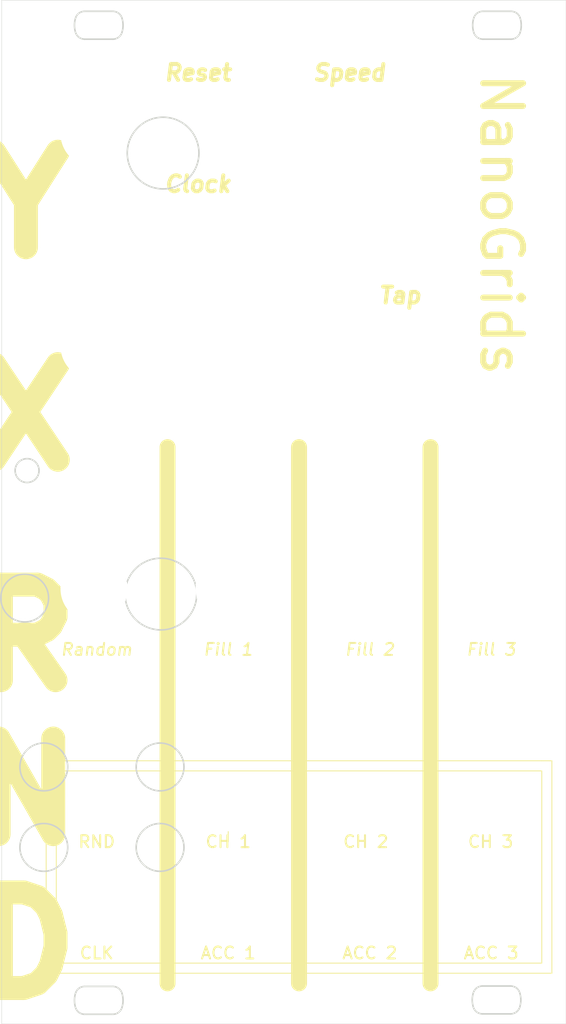
<source format=kicad_pcb>
(kicad_pcb (version 20171130) (host pcbnew "(5.1.6)-1")

  (general
    (thickness 1.6)
    (drawings 77)
    (tracks 0)
    (zones 0)
    (modules 28)
    (nets 1)
  )

  (page A4)
  (layers
    (0 F.Cu signal)
    (31 B.Cu signal)
    (32 B.Adhes user)
    (33 F.Adhes user)
    (34 B.Paste user)
    (35 F.Paste user)
    (36 B.SilkS user)
    (37 F.SilkS user hide)
    (38 B.Mask user)
    (39 F.Mask user)
    (40 Dwgs.User user)
    (41 Cmts.User user)
    (42 Eco1.User user)
    (43 Eco2.User user)
    (44 Edge.Cuts user)
    (45 Margin user)
    (46 B.CrtYd user hide)
    (47 F.CrtYd user)
    (48 B.Fab user)
    (49 F.Fab user hide)
  )

  (setup
    (last_trace_width 0.25)
    (trace_clearance 0.2)
    (zone_clearance 0.508)
    (zone_45_only no)
    (trace_min 0.2)
    (via_size 0.8)
    (via_drill 0.4)
    (via_min_size 0.4)
    (via_min_drill 0.3)
    (uvia_size 0.3)
    (uvia_drill 0.1)
    (uvias_allowed no)
    (uvia_min_size 0.2)
    (uvia_min_drill 0.1)
    (edge_width 0.05)
    (segment_width 0.2)
    (pcb_text_width 0.3)
    (pcb_text_size 1.5 1.5)
    (mod_edge_width 0.12)
    (mod_text_size 1 1)
    (mod_text_width 0.15)
    (pad_size 3.2 3.2)
    (pad_drill 3.2)
    (pad_to_mask_clearance 0.051)
    (solder_mask_min_width 0.25)
    (aux_axis_origin 0 0)
    (visible_elements 7FFFFFFF)
    (pcbplotparams
      (layerselection 0x010fc_ffffffff)
      (usegerberextensions false)
      (usegerberattributes false)
      (usegerberadvancedattributes false)
      (creategerberjobfile false)
      (excludeedgelayer false)
      (linewidth 0.100000)
      (plotframeref false)
      (viasonmask false)
      (mode 1)
      (useauxorigin false)
      (hpglpennumber 1)
      (hpglpenspeed 20)
      (hpglpendiameter 15.000000)
      (psnegative false)
      (psa4output false)
      (plotreference true)
      (plotvalue true)
      (plotinvisibletext false)
      (padsonsilk false)
      (subtractmaskfromsilk false)
      (outputformat 1)
      (mirror false)
      (drillshape 0)
      (scaleselection 1)
      (outputdirectory "Gerbers/"))
  )

  (net 0 "")

  (net_class Default "Dit is de standaard class."
    (clearance 0.2)
    (trace_width 0.25)
    (via_dia 0.8)
    (via_drill 0.4)
    (uvia_dia 0.3)
    (uvia_drill 0.1)
  )

  (module MountingHole:MountingHole_8.4mm_M8 (layer F.Cu) (tedit 56D1B4CB) (tstamp 5DCEB042)
    (at 224.49 40.64)
    (descr "Mounting Hole 8.4mm, no annular, M8")
    (tags "mounting hole 8.4mm no annular m8")
    (path /5DD42E60)
    (attr virtual)
    (fp_text reference H28 (at 0.3762 0.8382) (layer F.SilkS)
      (effects (font (size 1 1) (thickness 0.15)))
    )
    (fp_text value MountingHole (at 0 9.4) (layer F.Fab)
      (effects (font (size 1 1) (thickness 0.15)))
    )
    (fp_circle (center 0 0) (end 8.4 0) (layer Cmts.User) (width 0.15))
    (fp_circle (center 0 0) (end 8.65 0) (layer F.CrtYd) (width 0.05))
    (fp_text user %R (at 0.3 0) (layer F.Fab)
      (effects (font (size 1 1) (thickness 0.15)))
    )
    (pad 1 np_thru_hole circle (at 0 0) (size 8.4 8.4) (drill 8.4) (layers *.Cu *.Mask))
  )

  (module MountingHole:MountingHole_8.4mm_M8 (layer F.Cu) (tedit 56D1B4CB) (tstamp 5DCE9EB1)
    (at 240.13 97.79)
    (descr "Mounting Hole 8.4mm, no annular, M8")
    (tags "mounting hole 8.4mm no annular m8")
    (path /5DD3F54A)
    (attr virtual)
    (fp_text reference H27 (at 0.662 1.5748) (layer F.SilkS)
      (effects (font (size 1 1) (thickness 0.15)))
    )
    (fp_text value MountingHole (at 0 9.4) (layer F.Fab)
      (effects (font (size 1 1) (thickness 0.15)))
    )
    (fp_circle (center 0 0) (end 8.4 0) (layer Cmts.User) (width 0.15))
    (fp_circle (center 0 0) (end 8.65 0) (layer F.CrtYd) (width 0.05))
    (fp_text user %R (at 0.3 0) (layer F.Fab)
      (effects (font (size 1 1) (thickness 0.15)))
    )
    (pad 1 np_thru_hole circle (at 0 0) (size 8.4 8.4) (drill 8.4) (layers *.Cu *.Mask))
  )

  (module MountingHole:MountingHole_8.4mm_M8 (layer F.Cu) (tedit 56D1B4CB) (tstamp 5DCE9EA9)
    (at 224.14 97.79)
    (descr "Mounting Hole 8.4mm, no annular, M8")
    (tags "mounting hole 8.4mm no annular m8")
    (path /5DD3F544)
    (attr virtual)
    (fp_text reference H26 (at 0.3198 0.2794) (layer F.SilkS)
      (effects (font (size 1 1) (thickness 0.15)))
    )
    (fp_text value MountingHole (at 0 9.4) (layer F.Fab)
      (effects (font (size 1 1) (thickness 0.15)))
    )
    (fp_circle (center 0 0) (end 8.4 0) (layer Cmts.User) (width 0.15))
    (fp_circle (center 0 0) (end 8.65 0) (layer F.CrtYd) (width 0.05))
    (fp_text user %R (at 0.3 0) (layer F.Fab)
      (effects (font (size 1 1) (thickness 0.15)))
    )
    (pad 1 np_thru_hole circle (at 0 0) (size 8.4 8.4) (drill 8.4) (layers *.Cu *.Mask))
  )

  (module MountingHole:MountingHole_8.4mm_M8 (layer F.Cu) (tedit 56D1B4CB) (tstamp 5DCE8CEE)
    (at 190.15 67.31)
    (descr "Mounting Hole 8.4mm, no annular, M8")
    (tags "mounting hole 8.4mm no annular m8")
    (path /5DD3AED0)
    (attr virtual)
    (fp_text reference H25 (at 0 -9.4) (layer F.SilkS)
      (effects (font (size 1 1) (thickness 0.15)))
    )
    (fp_text value MountingHole (at 0 9.4) (layer F.Fab)
      (effects (font (size 1 1) (thickness 0.15)))
    )
    (fp_circle (center 0 0) (end 8.4 0) (layer Cmts.User) (width 0.15))
    (fp_circle (center 0 0) (end 8.65 0) (layer F.CrtYd) (width 0.05))
    (fp_text user %R (at 0.3 0) (layer F.Fab)
      (effects (font (size 1 1) (thickness 0.15)))
    )
    (pad 1 np_thru_hole circle (at 0 0) (size 8.4 8.4) (drill 8.4) (layers *.Cu *.Mask))
  )

  (module MountingHole:MountingHole_8.4mm_M8 (layer F.Cu) (tedit 56D1B4CB) (tstamp 5DCE8CE6)
    (at 190.15 97.79)
    (descr "Mounting Hole 8.4mm, no annular, M8")
    (tags "mounting hole 8.4mm no annular m8")
    (path /5DD39C6C)
    (attr virtual)
    (fp_text reference H24 (at 1.1628 0.127) (layer F.SilkS)
      (effects (font (size 1 1) (thickness 0.15)))
    )
    (fp_text value MountingHole (at 0 9.4) (layer F.Fab)
      (effects (font (size 1 1) (thickness 0.15)))
    )
    (fp_circle (center 0 0) (end 8.4 0) (layer Cmts.User) (width 0.15))
    (fp_circle (center 0 0) (end 8.65 0) (layer F.CrtYd) (width 0.05))
    (fp_text user %R (at 0.3 0) (layer F.Fab)
      (effects (font (size 1 1) (thickness 0.15)))
    )
    (pad 1 np_thru_hole circle (at 0 0) (size 8.4 8.4) (drill 8.4) (layers *.Cu *.Mask))
  )

  (module MountingHole:MountingHole_8.4mm_M8 (layer F.Cu) (tedit 56D1B4CB) (tstamp 5DCE8CDE)
    (at 207.11 97.79)
    (descr "Mounting Hole 8.4mm, no annular, M8")
    (tags "mounting hole 8.4mm no annular m8")
    (path /5DD38B39)
    (attr virtual)
    (fp_text reference H23 (at -0.227 -1.016) (layer F.SilkS)
      (effects (font (size 1 1) (thickness 0.15)))
    )
    (fp_text value MountingHole (at 0 9.4) (layer F.Fab)
      (effects (font (size 1 1) (thickness 0.15)))
    )
    (fp_circle (center 0 0) (end 8.4 0) (layer Cmts.User) (width 0.15))
    (fp_circle (center 0 0) (end 8.65 0) (layer F.CrtYd) (width 0.05))
    (fp_text user %R (at 0.3 0) (layer F.Fab)
      (effects (font (size 1 1) (thickness 0.15)))
    )
    (pad 1 np_thru_hole circle (at 0 0) (size 8.4 8.4) (drill 8.4) (layers *.Cu *.Mask))
  )

  (module MountingHole:MountingHole_8.4mm_M8 (layer F.Cu) (tedit 56D1B4CB) (tstamp 5DCE7BF1)
    (at 190.15 40.64)
    (descr "Mounting Hole 8.4mm, no annular, M8")
    (tags "mounting hole 8.4mm no annular m8")
    (path /5DD35E35)
    (attr virtual)
    (fp_text reference H22 (at -0.031 1.2954) (layer F.SilkS)
      (effects (font (size 1 1) (thickness 0.15)))
    )
    (fp_text value MountingHole (at 0 9.4) (layer F.Fab)
      (effects (font (size 1 1) (thickness 0.15)))
    )
    (fp_circle (center 0 0) (end 8.4 0) (layer Cmts.User) (width 0.15))
    (fp_circle (center 0 0) (end 8.65 0) (layer F.CrtYd) (width 0.05))
    (fp_text user %R (at 0.3 0) (layer F.Fab)
      (effects (font (size 1 1) (thickness 0.15)))
    )
    (pad 1 np_thru_hole circle (at 0 0) (size 8.4 8.4) (drill 8.4) (layers *.Cu *.Mask))
  )

  (module MountingHole:MountingHole_6mm (layer F.Cu) (tedit 56D1B4CB) (tstamp 5DCD49E6)
    (at 190.15 124.46)
    (descr "Mounting Hole 6mm, no annular")
    (tags "mounting hole 6mm no annular")
    (path /5DCE8A74)
    (attr virtual)
    (fp_text reference H4 (at 0 0) (layer F.SilkS) hide
      (effects (font (size 1 1) (thickness 0.15)))
    )
    (fp_text value MountingHole (at 0 7) (layer F.Fab)
      (effects (font (size 1 1) (thickness 0.15)))
    )
    (fp_circle (center 0 0) (end 6 0) (layer Cmts.User) (width 0.15))
    (fp_circle (center 0 0) (end 6.25 0) (layer F.CrtYd) (width 0.05))
    (fp_text user %R (at 0.3 0) (layer F.Fab)
      (effects (font (size 1 1) (thickness 0.15)))
    )
    (pad 1 np_thru_hole circle (at 0 0) (size 6 6) (drill 6) (layers *.Cu *.Mask))
  )

  (module MountingHole:MountingHole_3mm (layer F.Cu) (tedit 56D1B4CB) (tstamp 5DCE6380)
    (at 219.71 54.61)
    (descr "Mounting Hole 3mm, no annular")
    (tags "mounting hole 3mm no annular")
    (path /5DD18E93)
    (attr virtual)
    (fp_text reference H21 (at 0 0) (layer F.SilkS) hide
      (effects (font (size 1 1) (thickness 0.15)))
    )
    (fp_text value MountingHole (at 0 4) (layer F.Fab)
      (effects (font (size 1 1) (thickness 0.15)))
    )
    (fp_circle (center 0 0) (end 3.25 0) (layer F.CrtYd) (width 0.05))
    (fp_circle (center 0 0) (end 3 0) (layer Cmts.User) (width 0.15))
    (fp_text user %R (at 0.3 0) (layer F.Fab)
      (effects (font (size 1 1) (thickness 0.15)))
    )
    (pad 1 np_thru_hole circle (at 0 0) (size 3 3) (drill 3) (layers *.Cu *.Mask))
  )

  (module MountingHole:MountingHole_3mm (layer F.Cu) (tedit 56D1B4CB) (tstamp 5DCE6378)
    (at 223.72 84.99)
    (descr "Mounting Hole 3mm, no annular")
    (tags "mounting hole 3mm no annular")
    (path /5DD17DAE)
    (attr virtual)
    (fp_text reference H20 (at -0.2 0.1) (layer F.SilkS) hide
      (effects (font (size 1 1) (thickness 0.15)))
    )
    (fp_text value MountingHole (at 0 4) (layer F.Fab)
      (effects (font (size 1 1) (thickness 0.15)))
    )
    (fp_circle (center 0 0) (end 3.25 0) (layer F.CrtYd) (width 0.05))
    (fp_circle (center 0 0) (end 3 0) (layer Cmts.User) (width 0.15))
    (fp_text user %R (at 0.3 0) (layer F.Fab)
      (effects (font (size 1 1) (thickness 0.15)))
    )
    (pad 1 np_thru_hole circle (at 0 0) (size 3 3) (drill 3) (layers *.Cu *.Mask))
  )

  (module MountingHole:MountingHole_3mm (layer F.Cu) (tedit 56D1B4CB) (tstamp 5DCE6370)
    (at 240.03 84.99)
    (descr "Mounting Hole 3mm, no annular")
    (tags "mounting hole 3mm no annular")
    (path /5DD16CDA)
    (attr virtual)
    (fp_text reference H19 (at 0 0.1) (layer F.SilkS) hide
      (effects (font (size 1 1) (thickness 0.15)))
    )
    (fp_text value MountingHole (at 0 4) (layer F.Fab)
      (effects (font (size 1 1) (thickness 0.15)))
    )
    (fp_circle (center 0 0) (end 3.25 0) (layer F.CrtYd) (width 0.05))
    (fp_circle (center 0 0) (end 3 0) (layer Cmts.User) (width 0.15))
    (fp_text user %R (at 0.3 0) (layer F.Fab)
      (effects (font (size 1 1) (thickness 0.15)))
    )
    (pad 1 np_thru_hole circle (at 0 0) (size 3 3) (drill 3) (layers *.Cu *.Mask))
  )

  (module MountingHole:MountingHole_3mm (layer F.Cu) (tedit 56D1B4CB) (tstamp 5DCE5316)
    (at 207.01 84.99)
    (descr "Mounting Hole 3mm, no annular")
    (tags "mounting hole 3mm no annular")
    (path /5DD14658)
    (attr virtual)
    (fp_text reference H18 (at 0 0.1) (layer F.SilkS) hide
      (effects (font (size 1 1) (thickness 0.15)))
    )
    (fp_text value MountingHole (at 0 4) (layer F.Fab)
      (effects (font (size 1 1) (thickness 0.15)))
    )
    (fp_circle (center 0 0) (end 3 0) (layer Cmts.User) (width 0.15))
    (fp_circle (center 0 0) (end 3.25 0) (layer F.CrtYd) (width 0.05))
    (fp_text user %R (at 0.3 0) (layer F.Fab)
      (effects (font (size 1 1) (thickness 0.15)))
    )
    (pad 1 np_thru_hole circle (at 0 0) (size 3 3) (drill 3) (layers *.Cu *.Mask))
  )

  (module MountingHole:MountingHole_6mm (layer F.Cu) (tedit 56D1B4CB) (tstamp 5DCE4226)
    (at 221.73 65.74)
    (descr "Mounting Hole 6mm, no annular")
    (tags "mounting hole 6mm no annular")
    (path /5DD10199)
    (attr virtual)
    (fp_text reference H17 (at -0.75 0.3) (layer F.SilkS) hide
      (effects (font (size 1 1) (thickness 0.15)))
    )
    (fp_text value MountingHole (at 0 7) (layer F.Fab)
      (effects (font (size 1 1) (thickness 0.15)))
    )
    (fp_circle (center 0 0) (end 6 0) (layer Cmts.User) (width 0.15))
    (fp_circle (center 0 0) (end 6.25 0) (layer F.CrtYd) (width 0.05))
    (fp_text user %R (at 0.3 0) (layer F.Fab)
      (effects (font (size 1 1) (thickness 0.15)))
    )
    (pad 1 np_thru_hole circle (at 0 0) (size 6 6) (drill 6) (layers *.Cu *.Mask))
  )

  (module MountingHole:MountingHole_6mm (layer F.Cu) (tedit 56D1B4CB) (tstamp 5DCDE459)
    (at 240.13 113.03)
    (descr "Mounting Hole 6mm, no annular")
    (tags "mounting hole 6mm no annular")
    (path /5DCF89F8)
    (attr virtual)
    (fp_text reference H16 (at -0.1 0) (layer F.SilkS) hide
      (effects (font (size 1 1) (thickness 0.15)))
    )
    (fp_text value MountingHole (at 0 7) (layer F.Fab)
      (effects (font (size 1 1) (thickness 0.15)))
    )
    (fp_circle (center 0 0) (end 6 0) (layer Cmts.User) (width 0.15))
    (fp_circle (center 0 0) (end 6.25 0) (layer F.CrtYd) (width 0.05))
    (fp_text user %R (at 0.3 0) (layer F.Fab)
      (effects (font (size 1 1) (thickness 0.15)))
    )
    (pad 1 np_thru_hole circle (at 0 0) (size 6 6) (drill 6) (layers *.Cu *.Mask))
  )

  (module MountingHole:MountingHole_6mm (layer F.Cu) (tedit 56D1B4CB) (tstamp 5DCDE451)
    (at 190.15 113.03)
    (descr "Mounting Hole 6mm, no annular")
    (tags "mounting hole 6mm no annular")
    (path /5DCF89F2)
    (attr virtual)
    (fp_text reference H15 (at -0.92 0) (layer F.SilkS) hide
      (effects (font (size 1 1) (thickness 0.15)))
    )
    (fp_text value MountingHole (at 0 7) (layer F.Fab)
      (effects (font (size 1 1) (thickness 0.15)))
    )
    (fp_circle (center 0 0) (end 6 0) (layer Cmts.User) (width 0.15))
    (fp_circle (center 0 0) (end 6.25 0) (layer F.CrtYd) (width 0.05))
    (fp_text user %R (at 0.3 0) (layer F.Fab)
      (effects (font (size 1 1) (thickness 0.15)))
    )
    (pad 1 np_thru_hole circle (at 0 0) (size 6 6) (drill 6) (layers *.Cu *.Mask))
  )

  (module MountingHole:MountingHole_6mm (layer F.Cu) (tedit 56D1B4CB) (tstamp 5DCDE449)
    (at 190.15 82.55)
    (descr "Mounting Hole 6mm, no annular")
    (tags "mounting hole 6mm no annular")
    (path /5DCF89EC)
    (attr virtual)
    (fp_text reference H14 (at 0.35 0) (layer F.SilkS) hide
      (effects (font (size 1 1) (thickness 0.15)))
    )
    (fp_text value MountingHole (at 0 7) (layer F.Fab)
      (effects (font (size 1 1) (thickness 0.15)))
    )
    (fp_circle (center 0 0) (end 6 0) (layer Cmts.User) (width 0.15))
    (fp_circle (center 0 0) (end 6.25 0) (layer F.CrtYd) (width 0.05))
    (fp_text user %R (at 0.3 0) (layer F.Fab)
      (effects (font (size 1 1) (thickness 0.15)))
    )
    (pad 1 np_thru_hole circle (at 0 0) (size 6 6) (drill 6) (layers *.Cu *.Mask))
  )

  (module MountingHole:MountingHole_6mm (layer F.Cu) (tedit 56D1B4CB) (tstamp 5DCDE441)
    (at 207.16 113.03)
    (descr "Mounting Hole 6mm, no annular")
    (tags "mounting hole 6mm no annular")
    (path /5DCF89E6)
    (attr virtual)
    (fp_text reference H13 (at 0 0) (layer F.SilkS) hide
      (effects (font (size 1 1) (thickness 0.15)))
    )
    (fp_text value MountingHole (at 0 7) (layer F.Fab)
      (effects (font (size 1 1) (thickness 0.15)))
    )
    (fp_circle (center 0 0) (end 6 0) (layer Cmts.User) (width 0.15))
    (fp_circle (center 0 0) (end 6.25 0) (layer F.CrtYd) (width 0.05))
    (fp_text user %R (at 0.3 0) (layer F.Fab)
      (effects (font (size 1 1) (thickness 0.15)))
    )
    (pad 1 np_thru_hole circle (at 0 0) (size 6 6) (drill 6) (layers *.Cu *.Mask))
  )

  (module MountingHole:MountingHole_6mm (layer F.Cu) (tedit 56D1B4CB) (tstamp 5DCDE439)
    (at 207.16 53.34)
    (descr "Mounting Hole 6mm, no annular")
    (tags "mounting hole 6mm no annular")
    (path /5DCFC61A)
    (attr virtual)
    (fp_text reference H12 (at -0.15 0) (layer F.SilkS) hide
      (effects (font (size 1 1) (thickness 0.15)))
    )
    (fp_text value MountingHole (at 0 7) (layer F.Fab)
      (effects (font (size 1 1) (thickness 0.15)))
    )
    (fp_circle (center 0 0) (end 6 0) (layer Cmts.User) (width 0.15))
    (fp_circle (center 0 0) (end 6.25 0) (layer F.CrtYd) (width 0.05))
    (fp_text user %R (at 0.3 0) (layer F.Fab)
      (effects (font (size 1 1) (thickness 0.15)))
    )
    (pad 1 np_thru_hole circle (at 0 0) (size 6 6) (drill 6) (layers *.Cu *.Mask))
  )

  (module MountingHole:MountingHole_6mm (layer F.Cu) (tedit 56D1B4CB) (tstamp 5DCDE431)
    (at 224.17 113.03)
    (descr "Mounting Hole 6mm, no annular")
    (tags "mounting hole 6mm no annular")
    (path /5DCFC614)
    (attr virtual)
    (fp_text reference H11 (at -0.65 0) (layer F.SilkS) hide
      (effects (font (size 1 1) (thickness 0.15)))
    )
    (fp_text value MountingHole (at 0 7) (layer F.Fab)
      (effects (font (size 1 1) (thickness 0.15)))
    )
    (fp_circle (center 0 0) (end 6 0) (layer Cmts.User) (width 0.15))
    (fp_circle (center 0 0) (end 6.25 0) (layer F.CrtYd) (width 0.05))
    (fp_text user %R (at 0.3 0) (layer F.Fab)
      (effects (font (size 1 1) (thickness 0.15)))
    )
    (pad 1 np_thru_hole circle (at 0 0) (size 6 6) (drill 6) (layers *.Cu *.Mask))
  )

  (module MountingHole:MountingHole_6mm (layer F.Cu) (tedit 56D1B4CB) (tstamp 5DCDE429)
    (at 207.16 40.64)
    (descr "Mounting Hole 6mm, no annular")
    (tags "mounting hole 6mm no annular")
    (path /5DCFC60E)
    (attr virtual)
    (fp_text reference H10 (at -0.15 0) (layer F.SilkS) hide
      (effects (font (size 1 1) (thickness 0.15)))
    )
    (fp_text value MountingHole (at 0 7) (layer F.Fab)
      (effects (font (size 1 1) (thickness 0.15)))
    )
    (fp_circle (center 0 0) (end 6 0) (layer Cmts.User) (width 0.15))
    (fp_circle (center 0 0) (end 6.25 0) (layer F.CrtYd) (width 0.05))
    (fp_text user %R (at 0.3 0) (layer F.Fab)
      (effects (font (size 1 1) (thickness 0.15)))
    )
    (pad 1 np_thru_hole circle (at 0 0) (size 6 6) (drill 6) (layers *.Cu *.Mask))
  )

  (module MountingHole:MountingHole_6mm (layer F.Cu) (tedit 56D1B4CB) (tstamp 5DCDE421)
    (at 190.15 55.88)
    (descr "Mounting Hole 6mm, no annular")
    (tags "mounting hole 6mm no annular")
    (path /5DCFC608)
    (attr virtual)
    (fp_text reference H9 (at 0 1.27) (layer F.SilkS) hide
      (effects (font (size 1 1) (thickness 0.15)))
    )
    (fp_text value MountingHole (at 0 7) (layer F.Fab)
      (effects (font (size 1 1) (thickness 0.15)))
    )
    (fp_circle (center 0 0) (end 6 0) (layer Cmts.User) (width 0.15))
    (fp_circle (center 0 0) (end 6.25 0) (layer F.CrtYd) (width 0.05))
    (fp_text user %R (at 0.3 0) (layer F.Fab)
      (effects (font (size 1 1) (thickness 0.15)))
    )
    (pad 1 np_thru_hole circle (at 0 0) (size 6 6) (drill 6) (layers *.Cu *.Mask))
  )

  (module MountingHole:MountingHole_6mm (layer F.Cu) (tedit 56D1B4CB) (tstamp 5DCD4A06)
    (at 190.15 135.89)
    (descr "Mounting Hole 6mm, no annular")
    (tags "mounting hole 6mm no annular")
    (path /5DCED243)
    (attr virtual)
    (fp_text reference H8 (at -0.92 0) (layer F.SilkS) hide
      (effects (font (size 1 1) (thickness 0.15)))
    )
    (fp_text value MountingHole (at 0 7) (layer F.Fab)
      (effects (font (size 1 1) (thickness 0.15)))
    )
    (fp_circle (center 0 0) (end 6 0) (layer Cmts.User) (width 0.15))
    (fp_circle (center 0 0) (end 6.25 0) (layer F.CrtYd) (width 0.05))
    (fp_text user %R (at 0.3 0) (layer F.Fab)
      (effects (font (size 1 1) (thickness 0.15)))
    )
    (pad 1 np_thru_hole circle (at 0 0) (size 6 6) (drill 6) (layers *.Cu *.Mask))
  )

  (module MountingHole:MountingHole_6mm (layer F.Cu) (tedit 56D1B4CB) (tstamp 5DCD49FE)
    (at 240.13 135.89)
    (descr "Mounting Hole 6mm, no annular")
    (tags "mounting hole 6mm no annular")
    (path /5DCEC062)
    (attr virtual)
    (fp_text reference H7 (at -0.1 0) (layer F.SilkS) hide
      (effects (font (size 1 1) (thickness 0.15)))
    )
    (fp_text value MountingHole (at 0 7) (layer F.Fab)
      (effects (font (size 1 1) (thickness 0.15)))
    )
    (fp_circle (center 0 0) (end 6 0) (layer Cmts.User) (width 0.15))
    (fp_circle (center 0 0) (end 6.25 0) (layer F.CrtYd) (width 0.05))
    (fp_text user %R (at 0.3 0) (layer F.Fab)
      (effects (font (size 1 1) (thickness 0.15)))
    )
    (pad 1 np_thru_hole circle (at 0 0) (size 6 6) (drill 6) (layers *.Cu *.Mask))
  )

  (module MountingHole:MountingHole_6mm (layer F.Cu) (tedit 56D1B4CB) (tstamp 5DCD49F6)
    (at 224.12 135.89)
    (descr "Mounting Hole 6mm, no annular")
    (tags "mounting hole 6mm no annular")
    (path /5DCEAE29)
    (attr virtual)
    (fp_text reference H6 (at -0.6 1.27) (layer F.SilkS) hide
      (effects (font (size 1 1) (thickness 0.15)))
    )
    (fp_text value MountingHole (at 0 7) (layer F.Fab)
      (effects (font (size 1 1) (thickness 0.15)))
    )
    (fp_circle (center 0 0) (end 6 0) (layer Cmts.User) (width 0.15))
    (fp_circle (center 0 0) (end 6.25 0) (layer F.CrtYd) (width 0.05))
    (fp_text user %R (at 0.3 0) (layer F.Fab)
      (effects (font (size 1 1) (thickness 0.15)))
    )
    (pad 1 np_thru_hole circle (at 0 0) (size 6 6) (drill 6) (layers *.Cu *.Mask))
  )

  (module MountingHole:MountingHole_6mm (layer F.Cu) (tedit 56D1B4CB) (tstamp 5DCD49EE)
    (at 224.17 124.46)
    (descr "Mounting Hole 6mm, no annular")
    (tags "mounting hole 6mm no annular")
    (path /5DCE9C46)
    (attr virtual)
    (fp_text reference H5 (at -0.65 0) (layer F.SilkS) hide
      (effects (font (size 1 1) (thickness 0.15)))
    )
    (fp_text value MountingHole (at 0 7) (layer F.Fab)
      (effects (font (size 1 1) (thickness 0.15)))
    )
    (fp_circle (center 0 0) (end 6 0) (layer Cmts.User) (width 0.15))
    (fp_circle (center 0 0) (end 6.25 0) (layer F.CrtYd) (width 0.05))
    (fp_text user %R (at 0.3 0) (layer F.Fab)
      (effects (font (size 1 1) (thickness 0.15)))
    )
    (pad 1 np_thru_hole circle (at 0 0) (size 6 6) (drill 6) (layers *.Cu *.Mask))
  )

  (module MountingHole:MountingHole_6mm (layer F.Cu) (tedit 56D1B4CB) (tstamp 5DCD49DE)
    (at 240.13 124.46)
    (descr "Mounting Hole 6mm, no annular")
    (tags "mounting hole 6mm no annular")
    (path /5DCE76A3)
    (attr virtual)
    (fp_text reference H3 (at -0.1 0) (layer F.SilkS) hide
      (effects (font (size 1 1) (thickness 0.15)))
    )
    (fp_text value MountingHole (at 0 7) (layer F.Fab)
      (effects (font (size 1 1) (thickness 0.15)))
    )
    (fp_circle (center 0 0) (end 6 0) (layer Cmts.User) (width 0.15))
    (fp_circle (center 0 0) (end 6.25 0) (layer F.CrtYd) (width 0.05))
    (fp_text user %R (at 0.3 0) (layer F.Fab)
      (effects (font (size 1 1) (thickness 0.15)))
    )
    (pad 1 np_thru_hole circle (at 0 0) (size 6 6) (drill 6) (layers *.Cu *.Mask))
  )

  (module MountingHole:MountingHole_6mm (layer F.Cu) (tedit 56D1B4CB) (tstamp 5DD28131)
    (at 207.16 124.46)
    (descr "Mounting Hole 6mm, no annular")
    (tags "mounting hole 6mm no annular")
    (path /5F1F1794)
    (attr virtual)
    (fp_text reference H2 (at -0.15 0) (layer F.SilkS) hide
      (effects (font (size 1 1) (thickness 0.15)))
    )
    (fp_text value MountingHole (at 0 7) (layer F.Fab)
      (effects (font (size 1 1) (thickness 0.15)))
    )
    (fp_circle (center 0 0) (end 6 0) (layer Cmts.User) (width 0.15))
    (fp_circle (center 0 0) (end 6.25 0) (layer F.CrtYd) (width 0.05))
    (fp_text user %R (at 0.3 0) (layer F.Fab)
      (effects (font (size 1 1) (thickness 0.15)))
    )
    (pad 1 np_thru_hole circle (at 0 0) (size 6 6) (drill 6) (layers *.Cu *.Mask))
  )

  (module MountingHole:MountingHole_6mm (layer F.Cu) (tedit 56D1B4CB) (tstamp 5DCD49C8)
    (at 207.16 135.89)
    (descr "Mounting Hole 6mm, no annular")
    (tags "mounting hole 6mm no annular")
    (path /5DCE644E)
    (attr virtual)
    (fp_text reference H1 (at -0.15 0) (layer F.SilkS) hide
      (effects (font (size 1 1) (thickness 0.15)))
    )
    (fp_text value MountingHole (at 0 7) (layer F.Fab)
      (effects (font (size 1 1) (thickness 0.15)))
    )
    (fp_circle (center 0 0) (end 6 0) (layer Cmts.User) (width 0.15))
    (fp_circle (center 0 0) (end 6.25 0) (layer F.CrtYd) (width 0.05))
    (fp_text user %R (at 0.3 0) (layer F.Fab)
      (effects (font (size 1 1) (thickness 0.15)))
    )
    (pad 1 np_thru_hole circle (at 0 0) (size 6 6) (drill 6) (layers *.Cu *.Mask))
  )

  (gr_arc (start 242.51873 27.6038) (end 242.518396 28.8038) (angle -72.70843) (layer Edge.Cuts) (width 0.2) (tstamp 61012711))
  (gr_arc (start 238.98607 26.5038) (end 238.986403 25.303801) (angle -72.70843) (layer Edge.Cuts) (width 0.2) (tstamp 61012710))
  (gr_arc (start 242.51873 26.5038) (end 243.664396 26.1468) (angle -72.70843) (layer Edge.Cuts) (width 0.2) (tstamp 6101270F))
  (gr_line (start 238.9864 28.8038) (end 242.518399 28.8038) (layer Edge.Cuts) (width 0.2) (tstamp 6101270E))
  (gr_arc (start 240.7524 27.0538) (end 237.840402 26.146801) (angle -34.60046) (layer Edge.Cuts) (width 0.2) (tstamp 6101270D))
  (gr_arc (start 238.98607 27.6038) (end 237.840403 27.960801) (angle -72.70843) (layer Edge.Cuts) (width 0.2) (tstamp 6101270C))
  (gr_line (start 242.518399 25.3038) (end 238.9864 25.3038) (layer Edge.Cuts) (width 0.2) (tstamp 6101270B))
  (gr_arc (start 240.7524 27.0538) (end 243.664397 27.9608) (angle -34.60046) (layer Edge.Cuts) (width 0.2) (tstamp 6101270A))
  (gr_arc (start 242.46793 149.953) (end 242.467596 151.153) (angle -72.70843) (layer Edge.Cuts) (width 0.2) (tstamp 610126E9))
  (gr_line (start 238.9356 151.153) (end 242.467599 151.153) (layer Edge.Cuts) (width 0.2) (tstamp 610126E8))
  (gr_arc (start 238.93527 149.953) (end 237.789603 150.310001) (angle -72.70843) (layer Edge.Cuts) (width 0.2) (tstamp 610126E7))
  (gr_arc (start 240.7016 149.403) (end 243.613597 150.31) (angle -34.60046) (layer Edge.Cuts) (width 0.2) (tstamp 610126E6))
  (gr_arc (start 238.93527 148.853) (end 238.935603 147.653001) (angle -72.70843) (layer Edge.Cuts) (width 0.2) (tstamp 610126E5))
  (gr_line (start 242.467599 147.653) (end 238.9356 147.653) (layer Edge.Cuts) (width 0.2) (tstamp 610126E4))
  (gr_arc (start 242.46793 148.853) (end 243.613596 148.496) (angle -72.70843) (layer Edge.Cuts) (width 0.2) (tstamp 610126E3))
  (gr_arc (start 240.7016 149.403) (end 237.789602 148.496001) (angle -34.60046) (layer Edge.Cuts) (width 0.2) (tstamp 610126E2))
  (gr_text "R\nN\nD" (at 181.61 123.19) (layer F.SilkS) (tstamp 5DCEC8ED)
    (effects (font (size 12 12) (thickness 3)))
  )
  (gr_arc (start 192.51873 27.6038) (end 192.518396 28.8038) (angle -72.70843) (layer Edge.Cuts) (width 0.2))
  (gr_arc (start 188.98607 26.5038) (end 188.986403 25.303801) (angle -72.70843) (layer Edge.Cuts) (width 0.2))
  (gr_arc (start 192.51873 26.5038) (end 193.664396 26.1468) (angle -72.70843) (layer Edge.Cuts) (width 0.2))
  (gr_line (start 188.9864 28.8038) (end 192.518399 28.8038) (layer Edge.Cuts) (width 0.2))
  (gr_arc (start 192.51873 150.0038) (end 192.518396 151.2038) (angle -72.70843) (layer Edge.Cuts) (width 0.2))
  (gr_line (start 188.9864 151.2038) (end 192.518399 151.2038) (layer Edge.Cuts) (width 0.2))
  (gr_arc (start 188.98607 150.0038) (end 187.840403 150.360801) (angle -72.70843) (layer Edge.Cuts) (width 0.2))
  (gr_arc (start 190.7524 27.0538) (end 187.840402 26.146801) (angle -34.60046) (layer Edge.Cuts) (width 0.2))
  (gr_arc (start 190.7524 149.4538) (end 193.664397 150.3608) (angle -34.60046) (layer Edge.Cuts) (width 0.2))
  (gr_arc (start 188.98607 148.9038) (end 188.986403 147.703801) (angle -72.70843) (layer Edge.Cuts) (width 0.2))
  (gr_line (start 192.518399 147.7038) (end 188.9864 147.7038) (layer Edge.Cuts) (width 0.2))
  (gr_circle (center 181.7524 82.9538) (end 183.2524 82.9538) (layer Edge.Cuts) (width 0.2))
  (gr_arc (start 188.98607 27.6038) (end 187.840403 27.960801) (angle -72.70843) (layer Edge.Cuts) (width 0.2))
  (gr_arc (start 192.51873 148.9038) (end 193.664396 148.5468) (angle -72.70843) (layer Edge.Cuts) (width 0.2))
  (gr_line (start 192.518399 25.3038) (end 188.9864 25.3038) (layer Edge.Cuts) (width 0.2))
  (gr_arc (start 190.7524 27.0538) (end 193.664397 27.9608) (angle -34.60046) (layer Edge.Cuts) (width 0.2))
  (gr_arc (start 190.7524 149.4538) (end 187.840402 148.546801) (angle -34.60046) (layer Edge.Cuts) (width 0.2))
  (gr_circle (center 198.8314 43.0978) (end 203.3314 43.0978) (layer Edge.Cuts) (width 0.2))
  (gr_circle (center 181.4524 98.9538) (end 184.4524 98.9538) (layer Edge.Cuts) (width 0.2))
  (gr_circle (center 198.4524 120.153801) (end 201.4524 120.153801) (layer Edge.Cuts) (width 0.2))
  (gr_circle (center 183.8524 130.2538) (end 186.8524 130.2538) (layer Edge.Cuts) (width 0.2))
  (gr_circle (center 198.5524 98.4538) (end 203.0524 98.4538) (layer Edge.Cuts) (width 0.2))
  (gr_circle (center 198.4524 130.2538) (end 201.4524 130.2538) (layer Edge.Cuts) (width 0.2))
  (gr_circle (center 183.8524 120.153801) (end 186.8524 120.153801) (layer Edge.Cuts) (width 0.2))
  (gr_text Speed (at 222.25 33.02) (layer F.SilkS) (tstamp 5DCEC477)
    (effects (font (size 2 2) (thickness 0.5) italic))
  )
  (gr_text NanoGrids (at 241.3 52.07 -90) (layer F.SilkS)
    (effects (font (size 5 5) (thickness 0.75)))
  )
  (gr_text Tap (at 228.6 60.96) (layer F.SilkS) (tstamp 5DCEC47C)
    (effects (font (size 2 2) (thickness 0.5) italic))
  )
  (gr_text Clock (at 203.2 46.99) (layer F.SilkS) (tstamp 5DCEC474)
    (effects (font (size 2 2) (thickness 0.5) italic))
  )
  (gr_text Reset (at 203.2 33.02) (layer F.SilkS) (tstamp 5DCEC470)
    (effects (font (size 2 2) (thickness 0.5) italic))
  )
  (gr_text Y (at 181.61 49.53) (layer F.SilkS) (tstamp 5DCEC46A)
    (effects (font (size 12 12) (thickness 3)))
  )
  (gr_text X (at 181.61 76.2) (layer F.SilkS)
    (effects (font (size 12 12) (thickness 3)))
  )
  (gr_line (start 246.38 119.38) (end 184.15 119.38) (layer F.SilkS) (width 0.12))
  (gr_line (start 184.15 119.38) (end 184.15 146.05) (layer F.SilkS) (width 0.12))
  (gr_line (start 184.15 146.05) (end 247.65 146.05) (layer F.SilkS) (width 0.12))
  (gr_line (start 247.65 119.38) (end 247.65 146.05) (layer F.SilkS) (width 0.12) (tstamp 5DCEC27C))
  (gr_line (start 232.41 80.01) (end 232.41 147.32) (layer F.SilkS) (width 2) (tstamp 5DCEC3B8))
  (gr_line (start 215.9 80.01) (end 215.9 147.32) (layer F.SilkS) (width 2) (tstamp 5DCEC3B6))
  (gr_line (start 199.39 80.01) (end 199.39 147.32) (layer F.SilkS) (width 2))
  (gr_text "Fill 3" (at 240.03 105.41) (layer F.SilkS) (tstamp 5DCEC2D8)
    (effects (font (size 1.5 1.5) (thickness 0.25) italic))
  )
  (gr_text "Fill 2" (at 224.79 105.41) (layer F.SilkS) (tstamp 5DCEC2D6)
    (effects (font (size 1.5 1.5) (thickness 0.25) italic))
  )
  (gr_text "Fill 1" (at 207.01 105.41) (layer F.SilkS) (tstamp 5DCEC2D4)
    (effects (font (size 1.5 1.5) (thickness 0.25) italic))
  )
  (gr_text Random (at 190.5 105.41) (layer F.SilkS) (tstamp 5DCEC2D2)
    (effects (font (size 1.5 1.5) (thickness 0.25) italic))
  )
  (gr_text CLK (at 190.5 143.51) (layer F.SilkS) (tstamp 5DCEC2D0)
    (effects (font (size 1.5 1.5) (thickness 0.25)))
  )
  (gr_text RND (at 190.5 129.54) (layer F.SilkS) (tstamp 5DCEC2CE)
    (effects (font (size 1.5 1.5) (thickness 0.25)))
  )
  (gr_line (start 207.01 128.27) (end 207.01 129.54) (layer F.SilkS) (width 0.12))
  (gr_line (start 246.38 144.78) (end 246.38 120.65) (layer F.SilkS) (width 0.12) (tstamp 5DCEC286))
  (gr_line (start 185.42 144.78) (end 246.38 144.78) (layer F.SilkS) (width 0.12))
  (gr_line (start 185.42 120.65) (end 185.42 144.78) (layer F.SilkS) (width 0.12))
  (gr_line (start 246.38 120.65) (end 185.42 120.65) (layer F.SilkS) (width 0.12))
  (gr_text "ACC 3" (at 240.03 143.51) (layer F.SilkS) (tstamp 5DCEC284)
    (effects (font (size 1.5 1.5) (thickness 0.25)))
  )
  (gr_text "ACC 2" (at 224.79 143.51) (layer F.SilkS) (tstamp 5DCEC282)
    (effects (font (size 1.5 1.5) (thickness 0.25)))
  )
  (gr_text "ACC 1" (at 207.01 143.51) (layer F.SilkS) (tstamp 5DCEC27F)
    (effects (font (size 1.5 1.5) (thickness 0.25)))
  )
  (gr_line (start 247.65 119.38) (end 246.38 119.38) (layer F.SilkS) (width 0.12) (tstamp 5DCEC27D))
  (gr_text "CH 3 " (at 240.53 129.54) (layer F.SilkS) (tstamp 5DCEC272)
    (effects (font (size 1.5 1.5) (thickness 0.25)))
  )
  (gr_text "CH 2" (at 224.29 129.54) (layer F.SilkS) (tstamp 5DCEC270)
    (effects (font (size 1.5 1.5) (thickness 0.25)))
  )
  (gr_text "CH 1" (at 207.01 129.54) (layer F.SilkS) (tstamp 5DCEC225)
    (effects (font (size 1.5 1.5) (thickness 0.25)))
  )
  (gr_line (start 178.57 23.91) (end 249.42 23.91) (layer Edge.Cuts) (width 0.05) (tstamp 5DCEC0EE))
  (gr_line (start 178.57 152.4) (end 178.57 23.91) (layer Edge.Cuts) (width 0.05))
  (gr_line (start 178.57 152.4) (end 249.42 152.4) (layer Edge.Cuts) (width 0.05) (tstamp 5DD5A884))
  (gr_line (start 249.42 152.4) (end 249.42 23.91) (layer Edge.Cuts) (width 0.05))

)

</source>
